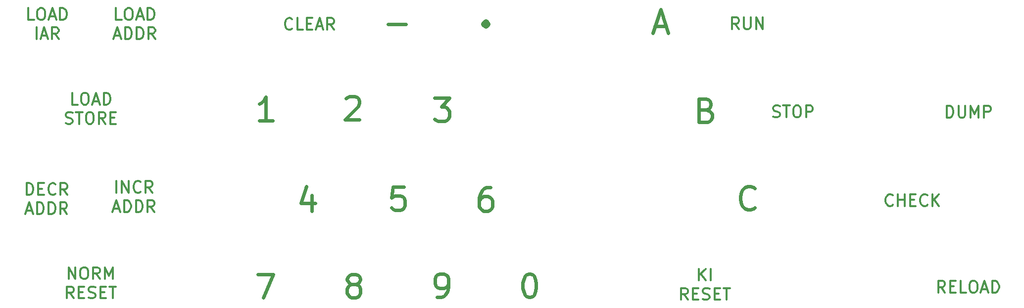
<source format=gbr>
G04 #@! TF.GenerationSoftware,KiCad,Pcbnew,5.1.5+dfsg1-2build2*
G04 #@! TF.CreationDate,2024-05-22T16:34:25+01:00*
G04 #@! TF.ProjectId,overlay1,6f766572-6c61-4793-912e-6b696361645f,rev?*
G04 #@! TF.SameCoordinates,Original*
G04 #@! TF.FileFunction,Legend,Top*
G04 #@! TF.FilePolarity,Positive*
%FSLAX46Y46*%
G04 Gerber Fmt 4.6, Leading zero omitted, Abs format (unit mm)*
G04 Created by KiCad (PCBNEW 5.1.5+dfsg1-2build2) date 2024-05-22 16:34:25*
%MOMM*%
%LPD*%
G04 APERTURE LIST*
%ADD10C,0.300000*%
%ADD11C,0.600000*%
%ADD12C,1.000000*%
G04 APERTURE END LIST*
D10*
X212500000Y-108779761D02*
X211833333Y-107827380D01*
X211357142Y-108779761D02*
X211357142Y-106779761D01*
X212119047Y-106779761D01*
X212309523Y-106875000D01*
X212404761Y-106970238D01*
X212500000Y-107160714D01*
X212500000Y-107446428D01*
X212404761Y-107636904D01*
X212309523Y-107732142D01*
X212119047Y-107827380D01*
X211357142Y-107827380D01*
X213357142Y-107732142D02*
X214023809Y-107732142D01*
X214309523Y-108779761D02*
X213357142Y-108779761D01*
X213357142Y-106779761D01*
X214309523Y-106779761D01*
X216119047Y-108779761D02*
X215166666Y-108779761D01*
X215166666Y-106779761D01*
X217166666Y-106779761D02*
X217547619Y-106779761D01*
X217738095Y-106875000D01*
X217928571Y-107065476D01*
X218023809Y-107446428D01*
X218023809Y-108113095D01*
X217928571Y-108494047D01*
X217738095Y-108684523D01*
X217547619Y-108779761D01*
X217166666Y-108779761D01*
X216976190Y-108684523D01*
X216785714Y-108494047D01*
X216690476Y-108113095D01*
X216690476Y-107446428D01*
X216785714Y-107065476D01*
X216976190Y-106875000D01*
X217166666Y-106779761D01*
X218785714Y-108208333D02*
X219738095Y-108208333D01*
X218595238Y-108779761D02*
X219261904Y-106779761D01*
X219928571Y-108779761D01*
X220595238Y-108779761D02*
X220595238Y-106779761D01*
X221071428Y-106779761D01*
X221357142Y-106875000D01*
X221547619Y-107065476D01*
X221642857Y-107255952D01*
X221738095Y-107636904D01*
X221738095Y-107922619D01*
X221642857Y-108303571D01*
X221547619Y-108494047D01*
X221357142Y-108684523D01*
X221071428Y-108779761D01*
X220595238Y-108779761D01*
X170394000Y-106710361D02*
X170394000Y-104710361D01*
X171536857Y-106710361D02*
X170679714Y-105567504D01*
X171536857Y-104710361D02*
X170394000Y-105853219D01*
X172394000Y-106710361D02*
X172394000Y-104710361D01*
X168489238Y-110010361D02*
X167822571Y-109057980D01*
X167346380Y-110010361D02*
X167346380Y-108010361D01*
X168108285Y-108010361D01*
X168298761Y-108105600D01*
X168394000Y-108200838D01*
X168489238Y-108391314D01*
X168489238Y-108677028D01*
X168394000Y-108867504D01*
X168298761Y-108962742D01*
X168108285Y-109057980D01*
X167346380Y-109057980D01*
X169346380Y-108962742D02*
X170013047Y-108962742D01*
X170298761Y-110010361D02*
X169346380Y-110010361D01*
X169346380Y-108010361D01*
X170298761Y-108010361D01*
X171060666Y-109915123D02*
X171346380Y-110010361D01*
X171822571Y-110010361D01*
X172013047Y-109915123D01*
X172108285Y-109819885D01*
X172203523Y-109629409D01*
X172203523Y-109438933D01*
X172108285Y-109248457D01*
X172013047Y-109153219D01*
X171822571Y-109057980D01*
X171441619Y-108962742D01*
X171251142Y-108867504D01*
X171155904Y-108772266D01*
X171060666Y-108581790D01*
X171060666Y-108391314D01*
X171155904Y-108200838D01*
X171251142Y-108105600D01*
X171441619Y-108010361D01*
X171917809Y-108010361D01*
X172203523Y-108105600D01*
X173060666Y-108962742D02*
X173727333Y-108962742D01*
X174013047Y-110010361D02*
X173060666Y-110010361D01*
X173060666Y-108010361D01*
X174013047Y-108010361D01*
X174584476Y-108010361D02*
X175727333Y-108010361D01*
X175155904Y-110010361D02*
X175155904Y-108010361D01*
D11*
X179947295Y-94202971D02*
X179756819Y-94393447D01*
X179185390Y-94583923D01*
X178804438Y-94583923D01*
X178233009Y-94393447D01*
X177852057Y-94012495D01*
X177661580Y-93631542D01*
X177471104Y-92869638D01*
X177471104Y-92298209D01*
X177661580Y-91536304D01*
X177852057Y-91155352D01*
X178233009Y-90774400D01*
X178804438Y-90583923D01*
X179185390Y-90583923D01*
X179756819Y-90774400D01*
X179947295Y-90964876D01*
D10*
X183100647Y-78648723D02*
X183386361Y-78743961D01*
X183862552Y-78743961D01*
X184053028Y-78648723D01*
X184148266Y-78553485D01*
X184243504Y-78363009D01*
X184243504Y-78172533D01*
X184148266Y-77982057D01*
X184053028Y-77886819D01*
X183862552Y-77791580D01*
X183481600Y-77696342D01*
X183291123Y-77601104D01*
X183195885Y-77505866D01*
X183100647Y-77315390D01*
X183100647Y-77124914D01*
X183195885Y-76934438D01*
X183291123Y-76839200D01*
X183481600Y-76743961D01*
X183957790Y-76743961D01*
X184243504Y-76839200D01*
X184814933Y-76743961D02*
X185957790Y-76743961D01*
X185386361Y-78743961D02*
X185386361Y-76743961D01*
X187005409Y-76743961D02*
X187386361Y-76743961D01*
X187576838Y-76839200D01*
X187767314Y-77029676D01*
X187862552Y-77410628D01*
X187862552Y-78077295D01*
X187767314Y-78458247D01*
X187576838Y-78648723D01*
X187386361Y-78743961D01*
X187005409Y-78743961D01*
X186814933Y-78648723D01*
X186624457Y-78458247D01*
X186529219Y-78077295D01*
X186529219Y-77410628D01*
X186624457Y-77029676D01*
X186814933Y-76839200D01*
X187005409Y-76743961D01*
X188719695Y-78743961D02*
X188719695Y-76743961D01*
X189481600Y-76743961D01*
X189672076Y-76839200D01*
X189767314Y-76934438D01*
X189862552Y-77124914D01*
X189862552Y-77410628D01*
X189767314Y-77601104D01*
X189672076Y-77696342D01*
X189481600Y-77791580D01*
X188719695Y-77791580D01*
D11*
X171679714Y-77502685D02*
X172251142Y-77693161D01*
X172441619Y-77883638D01*
X172632095Y-78264590D01*
X172632095Y-78836019D01*
X172441619Y-79216971D01*
X172251142Y-79407447D01*
X171870190Y-79597923D01*
X170346380Y-79597923D01*
X170346380Y-75597923D01*
X171679714Y-75597923D01*
X172060666Y-75788400D01*
X172251142Y-75978876D01*
X172441619Y-76359828D01*
X172441619Y-76740780D01*
X172251142Y-77121733D01*
X172060666Y-77312209D01*
X171679714Y-77502685D01*
X170346380Y-77502685D01*
X162872419Y-63164266D02*
X164777180Y-63164266D01*
X162491466Y-64307123D02*
X163824800Y-60307123D01*
X165158133Y-64307123D01*
D10*
X177233009Y-63656361D02*
X176566342Y-62703980D01*
X176090152Y-63656361D02*
X176090152Y-61656361D01*
X176852057Y-61656361D01*
X177042533Y-61751600D01*
X177137771Y-61846838D01*
X177233009Y-62037314D01*
X177233009Y-62323028D01*
X177137771Y-62513504D01*
X177042533Y-62608742D01*
X176852057Y-62703980D01*
X176090152Y-62703980D01*
X178090152Y-61656361D02*
X178090152Y-63275409D01*
X178185390Y-63465885D01*
X178280628Y-63561123D01*
X178471104Y-63656361D01*
X178852057Y-63656361D01*
X179042533Y-63561123D01*
X179137771Y-63465885D01*
X179233009Y-63275409D01*
X179233009Y-61656361D01*
X180185390Y-63656361D02*
X180185390Y-61656361D01*
X181328247Y-63656361D01*
X181328247Y-61656361D01*
X212790114Y-78794761D02*
X212790114Y-76794761D01*
X213266304Y-76794761D01*
X213552019Y-76890000D01*
X213742495Y-77080476D01*
X213837733Y-77270952D01*
X213932971Y-77651904D01*
X213932971Y-77937619D01*
X213837733Y-78318571D01*
X213742495Y-78509047D01*
X213552019Y-78699523D01*
X213266304Y-78794761D01*
X212790114Y-78794761D01*
X214790114Y-76794761D02*
X214790114Y-78413809D01*
X214885352Y-78604285D01*
X214980590Y-78699523D01*
X215171066Y-78794761D01*
X215552019Y-78794761D01*
X215742495Y-78699523D01*
X215837733Y-78604285D01*
X215932971Y-78413809D01*
X215932971Y-76794761D01*
X216885352Y-78794761D02*
X216885352Y-76794761D01*
X217552019Y-78223333D01*
X218218685Y-76794761D01*
X218218685Y-78794761D01*
X219171066Y-78794761D02*
X219171066Y-76794761D01*
X219932971Y-76794761D01*
X220123447Y-76890000D01*
X220218685Y-76985238D01*
X220313923Y-77175714D01*
X220313923Y-77461428D01*
X220218685Y-77651904D01*
X220123447Y-77747142D01*
X219932971Y-77842380D01*
X219171066Y-77842380D01*
X203566666Y-93764285D02*
X203471428Y-93859523D01*
X203185714Y-93954761D01*
X202995238Y-93954761D01*
X202709523Y-93859523D01*
X202519047Y-93669047D01*
X202423809Y-93478571D01*
X202328571Y-93097619D01*
X202328571Y-92811904D01*
X202423809Y-92430952D01*
X202519047Y-92240476D01*
X202709523Y-92050000D01*
X202995238Y-91954761D01*
X203185714Y-91954761D01*
X203471428Y-92050000D01*
X203566666Y-92145238D01*
X204423809Y-93954761D02*
X204423809Y-91954761D01*
X204423809Y-92907142D02*
X205566666Y-92907142D01*
X205566666Y-93954761D02*
X205566666Y-91954761D01*
X206519047Y-92907142D02*
X207185714Y-92907142D01*
X207471428Y-93954761D02*
X206519047Y-93954761D01*
X206519047Y-91954761D01*
X207471428Y-91954761D01*
X209471428Y-93764285D02*
X209376190Y-93859523D01*
X209090476Y-93954761D01*
X208900000Y-93954761D01*
X208614285Y-93859523D01*
X208423809Y-93669047D01*
X208328571Y-93478571D01*
X208233333Y-93097619D01*
X208233333Y-92811904D01*
X208328571Y-92430952D01*
X208423809Y-92240476D01*
X208614285Y-92050000D01*
X208900000Y-91954761D01*
X209090476Y-91954761D01*
X209376190Y-92050000D01*
X209471428Y-92145238D01*
X210328571Y-93954761D02*
X210328571Y-91954761D01*
X211471428Y-93954761D02*
X210614285Y-92811904D01*
X211471428Y-91954761D02*
X210328571Y-93097619D01*
D11*
X104185504Y-92120457D02*
X104185504Y-94787123D01*
X103233123Y-90596647D02*
X102280742Y-93453790D01*
X104756933Y-93453790D01*
X119920780Y-90634723D02*
X118016019Y-90634723D01*
X117825542Y-92539485D01*
X118016019Y-92349009D01*
X118396971Y-92158533D01*
X119349352Y-92158533D01*
X119730304Y-92349009D01*
X119920780Y-92539485D01*
X120111257Y-92920438D01*
X120111257Y-93872819D01*
X119920780Y-94253771D01*
X119730304Y-94444247D01*
X119349352Y-94634723D01*
X118396971Y-94634723D01*
X118016019Y-94444247D01*
X117825542Y-94253771D01*
X134716304Y-90787123D02*
X133954400Y-90787123D01*
X133573447Y-90977600D01*
X133382971Y-91168076D01*
X133002019Y-91739504D01*
X132811542Y-92501409D01*
X132811542Y-94025219D01*
X133002019Y-94406171D01*
X133192495Y-94596647D01*
X133573447Y-94787123D01*
X134335352Y-94787123D01*
X134716304Y-94596647D01*
X134906780Y-94406171D01*
X135097257Y-94025219D01*
X135097257Y-93072838D01*
X134906780Y-92691885D01*
X134716304Y-92501409D01*
X134335352Y-92310933D01*
X133573447Y-92310933D01*
X133192495Y-92501409D01*
X133002019Y-92691885D01*
X132811542Y-93072838D01*
X141231523Y-105569923D02*
X141612476Y-105569923D01*
X141993428Y-105760400D01*
X142183904Y-105950876D01*
X142374380Y-106331828D01*
X142564857Y-107093733D01*
X142564857Y-108046114D01*
X142374380Y-108808019D01*
X142183904Y-109188971D01*
X141993428Y-109379447D01*
X141612476Y-109569923D01*
X141231523Y-109569923D01*
X140850571Y-109379447D01*
X140660095Y-109188971D01*
X140469619Y-108808019D01*
X140279142Y-108046114D01*
X140279142Y-107093733D01*
X140469619Y-106331828D01*
X140660095Y-105950876D01*
X140850571Y-105760400D01*
X141231523Y-105569923D01*
X125623295Y-109569923D02*
X126385200Y-109569923D01*
X126766152Y-109379447D01*
X126956628Y-109188971D01*
X127337580Y-108617542D01*
X127528057Y-107855638D01*
X127528057Y-106331828D01*
X127337580Y-105950876D01*
X127147104Y-105760400D01*
X126766152Y-105569923D01*
X126004247Y-105569923D01*
X125623295Y-105760400D01*
X125432819Y-105950876D01*
X125242342Y-106331828D01*
X125242342Y-107284209D01*
X125432819Y-107665161D01*
X125623295Y-107855638D01*
X126004247Y-108046114D01*
X126766152Y-108046114D01*
X127147104Y-107855638D01*
X127337580Y-107665161D01*
X127528057Y-107284209D01*
X110967447Y-107335009D02*
X110586495Y-107144533D01*
X110396019Y-106954057D01*
X110205542Y-106573104D01*
X110205542Y-106382628D01*
X110396019Y-106001676D01*
X110586495Y-105811200D01*
X110967447Y-105620723D01*
X111729352Y-105620723D01*
X112110304Y-105811200D01*
X112300780Y-106001676D01*
X112491257Y-106382628D01*
X112491257Y-106573104D01*
X112300780Y-106954057D01*
X112110304Y-107144533D01*
X111729352Y-107335009D01*
X110967447Y-107335009D01*
X110586495Y-107525485D01*
X110396019Y-107715961D01*
X110205542Y-108096914D01*
X110205542Y-108858819D01*
X110396019Y-109239771D01*
X110586495Y-109430247D01*
X110967447Y-109620723D01*
X111729352Y-109620723D01*
X112110304Y-109430247D01*
X112300780Y-109239771D01*
X112491257Y-108858819D01*
X112491257Y-108096914D01*
X112300780Y-107715961D01*
X112110304Y-107525485D01*
X111729352Y-107335009D01*
X94927466Y-105620723D02*
X97594133Y-105620723D01*
X95879847Y-109620723D01*
X97454457Y-79293123D02*
X95168742Y-79293123D01*
X96311600Y-79293123D02*
X96311600Y-75293123D01*
X95930647Y-75864552D01*
X95549695Y-76245504D01*
X95168742Y-76435980D01*
X110053142Y-75521676D02*
X110243619Y-75331200D01*
X110624571Y-75140723D01*
X111576952Y-75140723D01*
X111957904Y-75331200D01*
X112148380Y-75521676D01*
X112338857Y-75902628D01*
X112338857Y-76283580D01*
X112148380Y-76855009D01*
X109862666Y-79140723D01*
X112338857Y-79140723D01*
X125204266Y-75445523D02*
X127680457Y-75445523D01*
X126347123Y-76969333D01*
X126918552Y-76969333D01*
X127299504Y-77159809D01*
X127489980Y-77350285D01*
X127680457Y-77731238D01*
X127680457Y-78683619D01*
X127489980Y-79064571D01*
X127299504Y-79255047D01*
X126918552Y-79445523D01*
X125775695Y-79445523D01*
X125394742Y-79255047D01*
X125204266Y-79064571D01*
D10*
X70708780Y-91673561D02*
X70708780Y-89673561D01*
X71661161Y-91673561D02*
X71661161Y-89673561D01*
X72804019Y-91673561D01*
X72804019Y-89673561D01*
X74899257Y-91483085D02*
X74804019Y-91578323D01*
X74518304Y-91673561D01*
X74327828Y-91673561D01*
X74042114Y-91578323D01*
X73851638Y-91387847D01*
X73756400Y-91197371D01*
X73661161Y-90816419D01*
X73661161Y-90530704D01*
X73756400Y-90149752D01*
X73851638Y-89959276D01*
X74042114Y-89768800D01*
X74327828Y-89673561D01*
X74518304Y-89673561D01*
X74804019Y-89768800D01*
X74899257Y-89864038D01*
X76899257Y-91673561D02*
X76232590Y-90721180D01*
X75756400Y-91673561D02*
X75756400Y-89673561D01*
X76518304Y-89673561D01*
X76708780Y-89768800D01*
X76804019Y-89864038D01*
X76899257Y-90054514D01*
X76899257Y-90340228D01*
X76804019Y-90530704D01*
X76708780Y-90625942D01*
X76518304Y-90721180D01*
X75756400Y-90721180D01*
X70280209Y-94402133D02*
X71232590Y-94402133D01*
X70089733Y-94973561D02*
X70756400Y-92973561D01*
X71423066Y-94973561D01*
X72089733Y-94973561D02*
X72089733Y-92973561D01*
X72565923Y-92973561D01*
X72851638Y-93068800D01*
X73042114Y-93259276D01*
X73137352Y-93449752D01*
X73232590Y-93830704D01*
X73232590Y-94116419D01*
X73137352Y-94497371D01*
X73042114Y-94687847D01*
X72851638Y-94878323D01*
X72565923Y-94973561D01*
X72089733Y-94973561D01*
X74089733Y-94973561D02*
X74089733Y-92973561D01*
X74565923Y-92973561D01*
X74851638Y-93068800D01*
X75042114Y-93259276D01*
X75137352Y-93449752D01*
X75232590Y-93830704D01*
X75232590Y-94116419D01*
X75137352Y-94497371D01*
X75042114Y-94687847D01*
X74851638Y-94878323D01*
X74565923Y-94973561D01*
X74089733Y-94973561D01*
X77232590Y-94973561D02*
X76565923Y-94021180D01*
X76089733Y-94973561D02*
X76089733Y-92973561D01*
X76851638Y-92973561D01*
X77042114Y-93068800D01*
X77137352Y-93164038D01*
X77232590Y-93354514D01*
X77232590Y-93640228D01*
X77137352Y-93830704D01*
X77042114Y-93925942D01*
X76851638Y-94021180D01*
X76089733Y-94021180D01*
X55392628Y-92029161D02*
X55392628Y-90029161D01*
X55868819Y-90029161D01*
X56154533Y-90124400D01*
X56345009Y-90314876D01*
X56440247Y-90505352D01*
X56535485Y-90886304D01*
X56535485Y-91172019D01*
X56440247Y-91552971D01*
X56345009Y-91743447D01*
X56154533Y-91933923D01*
X55868819Y-92029161D01*
X55392628Y-92029161D01*
X57392628Y-90981542D02*
X58059295Y-90981542D01*
X58345009Y-92029161D02*
X57392628Y-92029161D01*
X57392628Y-90029161D01*
X58345009Y-90029161D01*
X60345009Y-91838685D02*
X60249771Y-91933923D01*
X59964057Y-92029161D01*
X59773580Y-92029161D01*
X59487866Y-91933923D01*
X59297390Y-91743447D01*
X59202152Y-91552971D01*
X59106914Y-91172019D01*
X59106914Y-90886304D01*
X59202152Y-90505352D01*
X59297390Y-90314876D01*
X59487866Y-90124400D01*
X59773580Y-90029161D01*
X59964057Y-90029161D01*
X60249771Y-90124400D01*
X60345009Y-90219638D01*
X62345009Y-92029161D02*
X61678342Y-91076780D01*
X61202152Y-92029161D02*
X61202152Y-90029161D01*
X61964057Y-90029161D01*
X62154533Y-90124400D01*
X62249771Y-90219638D01*
X62345009Y-90410114D01*
X62345009Y-90695828D01*
X62249771Y-90886304D01*
X62154533Y-90981542D01*
X61964057Y-91076780D01*
X61202152Y-91076780D01*
X55345009Y-94757733D02*
X56297390Y-94757733D01*
X55154533Y-95329161D02*
X55821200Y-93329161D01*
X56487866Y-95329161D01*
X57154533Y-95329161D02*
X57154533Y-93329161D01*
X57630723Y-93329161D01*
X57916438Y-93424400D01*
X58106914Y-93614876D01*
X58202152Y-93805352D01*
X58297390Y-94186304D01*
X58297390Y-94472019D01*
X58202152Y-94852971D01*
X58106914Y-95043447D01*
X57916438Y-95233923D01*
X57630723Y-95329161D01*
X57154533Y-95329161D01*
X59154533Y-95329161D02*
X59154533Y-93329161D01*
X59630723Y-93329161D01*
X59916438Y-93424400D01*
X60106914Y-93614876D01*
X60202152Y-93805352D01*
X60297390Y-94186304D01*
X60297390Y-94472019D01*
X60202152Y-94852971D01*
X60106914Y-95043447D01*
X59916438Y-95233923D01*
X59630723Y-95329161D01*
X59154533Y-95329161D01*
X62297390Y-95329161D02*
X61630723Y-94376780D01*
X61154533Y-95329161D02*
X61154533Y-93329161D01*
X61916438Y-93329161D01*
X62106914Y-93424400D01*
X62202152Y-93519638D01*
X62297390Y-93710114D01*
X62297390Y-93995828D01*
X62202152Y-94186304D01*
X62106914Y-94281542D01*
X61916438Y-94376780D01*
X61154533Y-94376780D01*
X64104685Y-76585961D02*
X63152304Y-76585961D01*
X63152304Y-74585961D01*
X65152304Y-74585961D02*
X65533257Y-74585961D01*
X65723733Y-74681200D01*
X65914209Y-74871676D01*
X66009447Y-75252628D01*
X66009447Y-75919295D01*
X65914209Y-76300247D01*
X65723733Y-76490723D01*
X65533257Y-76585961D01*
X65152304Y-76585961D01*
X64961828Y-76490723D01*
X64771352Y-76300247D01*
X64676114Y-75919295D01*
X64676114Y-75252628D01*
X64771352Y-74871676D01*
X64961828Y-74681200D01*
X65152304Y-74585961D01*
X66771352Y-76014533D02*
X67723733Y-76014533D01*
X66580876Y-76585961D02*
X67247542Y-74585961D01*
X67914209Y-76585961D01*
X68580876Y-76585961D02*
X68580876Y-74585961D01*
X69057066Y-74585961D01*
X69342780Y-74681200D01*
X69533257Y-74871676D01*
X69628495Y-75062152D01*
X69723733Y-75443104D01*
X69723733Y-75728819D01*
X69628495Y-76109771D01*
X69533257Y-76300247D01*
X69342780Y-76490723D01*
X69057066Y-76585961D01*
X68580876Y-76585961D01*
X62104685Y-79790723D02*
X62390400Y-79885961D01*
X62866590Y-79885961D01*
X63057066Y-79790723D01*
X63152304Y-79695485D01*
X63247542Y-79505009D01*
X63247542Y-79314533D01*
X63152304Y-79124057D01*
X63057066Y-79028819D01*
X62866590Y-78933580D01*
X62485638Y-78838342D01*
X62295161Y-78743104D01*
X62199923Y-78647866D01*
X62104685Y-78457390D01*
X62104685Y-78266914D01*
X62199923Y-78076438D01*
X62295161Y-77981200D01*
X62485638Y-77885961D01*
X62961828Y-77885961D01*
X63247542Y-77981200D01*
X63818971Y-77885961D02*
X64961828Y-77885961D01*
X64390400Y-79885961D02*
X64390400Y-77885961D01*
X66009447Y-77885961D02*
X66390400Y-77885961D01*
X66580876Y-77981200D01*
X66771352Y-78171676D01*
X66866590Y-78552628D01*
X66866590Y-79219295D01*
X66771352Y-79600247D01*
X66580876Y-79790723D01*
X66390400Y-79885961D01*
X66009447Y-79885961D01*
X65818971Y-79790723D01*
X65628495Y-79600247D01*
X65533257Y-79219295D01*
X65533257Y-78552628D01*
X65628495Y-78171676D01*
X65818971Y-77981200D01*
X66009447Y-77885961D01*
X68866590Y-79885961D02*
X68199923Y-78933580D01*
X67723733Y-79885961D02*
X67723733Y-77885961D01*
X68485638Y-77885961D01*
X68676114Y-77981200D01*
X68771352Y-78076438D01*
X68866590Y-78266914D01*
X68866590Y-78552628D01*
X68771352Y-78743104D01*
X68676114Y-78838342D01*
X68485638Y-78933580D01*
X67723733Y-78933580D01*
X69723733Y-78838342D02*
X70390400Y-78838342D01*
X70676114Y-79885961D02*
X69723733Y-79885961D01*
X69723733Y-77885961D01*
X70676114Y-77885961D01*
X62577695Y-106456361D02*
X62577695Y-104456361D01*
X63720552Y-106456361D01*
X63720552Y-104456361D01*
X65053885Y-104456361D02*
X65434838Y-104456361D01*
X65625314Y-104551600D01*
X65815790Y-104742076D01*
X65911028Y-105123028D01*
X65911028Y-105789695D01*
X65815790Y-106170647D01*
X65625314Y-106361123D01*
X65434838Y-106456361D01*
X65053885Y-106456361D01*
X64863409Y-106361123D01*
X64672933Y-106170647D01*
X64577695Y-105789695D01*
X64577695Y-105123028D01*
X64672933Y-104742076D01*
X64863409Y-104551600D01*
X65053885Y-104456361D01*
X67911028Y-106456361D02*
X67244361Y-105503980D01*
X66768171Y-106456361D02*
X66768171Y-104456361D01*
X67530076Y-104456361D01*
X67720552Y-104551600D01*
X67815790Y-104646838D01*
X67911028Y-104837314D01*
X67911028Y-105123028D01*
X67815790Y-105313504D01*
X67720552Y-105408742D01*
X67530076Y-105503980D01*
X66768171Y-105503980D01*
X68768171Y-106456361D02*
X68768171Y-104456361D01*
X69434838Y-105884933D01*
X70101504Y-104456361D01*
X70101504Y-106456361D01*
X63434838Y-109756361D02*
X62768171Y-108803980D01*
X62291980Y-109756361D02*
X62291980Y-107756361D01*
X63053885Y-107756361D01*
X63244361Y-107851600D01*
X63339600Y-107946838D01*
X63434838Y-108137314D01*
X63434838Y-108423028D01*
X63339600Y-108613504D01*
X63244361Y-108708742D01*
X63053885Y-108803980D01*
X62291980Y-108803980D01*
X64291980Y-108708742D02*
X64958647Y-108708742D01*
X65244361Y-109756361D02*
X64291980Y-109756361D01*
X64291980Y-107756361D01*
X65244361Y-107756361D01*
X66006266Y-109661123D02*
X66291980Y-109756361D01*
X66768171Y-109756361D01*
X66958647Y-109661123D01*
X67053885Y-109565885D01*
X67149123Y-109375409D01*
X67149123Y-109184933D01*
X67053885Y-108994457D01*
X66958647Y-108899219D01*
X66768171Y-108803980D01*
X66387219Y-108708742D01*
X66196742Y-108613504D01*
X66101504Y-108518266D01*
X66006266Y-108327790D01*
X66006266Y-108137314D01*
X66101504Y-107946838D01*
X66196742Y-107851600D01*
X66387219Y-107756361D01*
X66863409Y-107756361D01*
X67149123Y-107851600D01*
X68006266Y-108708742D02*
X68672933Y-108708742D01*
X68958647Y-109756361D02*
X68006266Y-109756361D01*
X68006266Y-107756361D01*
X68958647Y-107756361D01*
X69530076Y-107756361D02*
X70672933Y-107756361D01*
X70101504Y-109756361D02*
X70101504Y-107756361D01*
X71623085Y-62057161D02*
X70670704Y-62057161D01*
X70670704Y-60057161D01*
X72670704Y-60057161D02*
X73051657Y-60057161D01*
X73242133Y-60152400D01*
X73432609Y-60342876D01*
X73527847Y-60723828D01*
X73527847Y-61390495D01*
X73432609Y-61771447D01*
X73242133Y-61961923D01*
X73051657Y-62057161D01*
X72670704Y-62057161D01*
X72480228Y-61961923D01*
X72289752Y-61771447D01*
X72194514Y-61390495D01*
X72194514Y-60723828D01*
X72289752Y-60342876D01*
X72480228Y-60152400D01*
X72670704Y-60057161D01*
X74289752Y-61485733D02*
X75242133Y-61485733D01*
X74099276Y-62057161D02*
X74765942Y-60057161D01*
X75432609Y-62057161D01*
X76099276Y-62057161D02*
X76099276Y-60057161D01*
X76575466Y-60057161D01*
X76861180Y-60152400D01*
X77051657Y-60342876D01*
X77146895Y-60533352D01*
X77242133Y-60914304D01*
X77242133Y-61200019D01*
X77146895Y-61580971D01*
X77051657Y-61771447D01*
X76861180Y-61961923D01*
X76575466Y-62057161D01*
X76099276Y-62057161D01*
X70432609Y-64785733D02*
X71384990Y-64785733D01*
X70242133Y-65357161D02*
X70908800Y-63357161D01*
X71575466Y-65357161D01*
X72242133Y-65357161D02*
X72242133Y-63357161D01*
X72718323Y-63357161D01*
X73004038Y-63452400D01*
X73194514Y-63642876D01*
X73289752Y-63833352D01*
X73384990Y-64214304D01*
X73384990Y-64500019D01*
X73289752Y-64880971D01*
X73194514Y-65071447D01*
X73004038Y-65261923D01*
X72718323Y-65357161D01*
X72242133Y-65357161D01*
X74242133Y-65357161D02*
X74242133Y-63357161D01*
X74718323Y-63357161D01*
X75004038Y-63452400D01*
X75194514Y-63642876D01*
X75289752Y-63833352D01*
X75384990Y-64214304D01*
X75384990Y-64500019D01*
X75289752Y-64880971D01*
X75194514Y-65071447D01*
X75004038Y-65261923D01*
X74718323Y-65357161D01*
X74242133Y-65357161D01*
X77384990Y-65357161D02*
X76718323Y-64404780D01*
X76242133Y-65357161D02*
X76242133Y-63357161D01*
X77004038Y-63357161D01*
X77194514Y-63452400D01*
X77289752Y-63547638D01*
X77384990Y-63738114D01*
X77384990Y-64023828D01*
X77289752Y-64214304D01*
X77194514Y-64309542D01*
X77004038Y-64404780D01*
X76242133Y-64404780D01*
X56637085Y-62057161D02*
X55684704Y-62057161D01*
X55684704Y-60057161D01*
X57684704Y-60057161D02*
X58065657Y-60057161D01*
X58256133Y-60152400D01*
X58446609Y-60342876D01*
X58541847Y-60723828D01*
X58541847Y-61390495D01*
X58446609Y-61771447D01*
X58256133Y-61961923D01*
X58065657Y-62057161D01*
X57684704Y-62057161D01*
X57494228Y-61961923D01*
X57303752Y-61771447D01*
X57208514Y-61390495D01*
X57208514Y-60723828D01*
X57303752Y-60342876D01*
X57494228Y-60152400D01*
X57684704Y-60057161D01*
X59303752Y-61485733D02*
X60256133Y-61485733D01*
X59113276Y-62057161D02*
X59779942Y-60057161D01*
X60446609Y-62057161D01*
X61113276Y-62057161D02*
X61113276Y-60057161D01*
X61589466Y-60057161D01*
X61875180Y-60152400D01*
X62065657Y-60342876D01*
X62160895Y-60533352D01*
X62256133Y-60914304D01*
X62256133Y-61200019D01*
X62160895Y-61580971D01*
X62065657Y-61771447D01*
X61875180Y-61961923D01*
X61589466Y-62057161D01*
X61113276Y-62057161D01*
X57065657Y-65357161D02*
X57065657Y-63357161D01*
X57922800Y-64785733D02*
X58875180Y-64785733D01*
X57732323Y-65357161D02*
X58398990Y-63357161D01*
X59065657Y-65357161D01*
X60875180Y-65357161D02*
X60208514Y-64404780D01*
X59732323Y-65357161D02*
X59732323Y-63357161D01*
X60494228Y-63357161D01*
X60684704Y-63452400D01*
X60779942Y-63547638D01*
X60875180Y-63738114D01*
X60875180Y-64023828D01*
X60779942Y-64214304D01*
X60684704Y-64309542D01*
X60494228Y-64404780D01*
X59732323Y-64404780D01*
X100826819Y-63567485D02*
X100731580Y-63662723D01*
X100445866Y-63757961D01*
X100255390Y-63757961D01*
X99969676Y-63662723D01*
X99779200Y-63472247D01*
X99683961Y-63281771D01*
X99588723Y-62900819D01*
X99588723Y-62615104D01*
X99683961Y-62234152D01*
X99779200Y-62043676D01*
X99969676Y-61853200D01*
X100255390Y-61757961D01*
X100445866Y-61757961D01*
X100731580Y-61853200D01*
X100826819Y-61948438D01*
X102636342Y-63757961D02*
X101683961Y-63757961D01*
X101683961Y-61757961D01*
X103303009Y-62710342D02*
X103969676Y-62710342D01*
X104255390Y-63757961D02*
X103303009Y-63757961D01*
X103303009Y-61757961D01*
X104255390Y-61757961D01*
X105017295Y-63186533D02*
X105969676Y-63186533D01*
X104826819Y-63757961D02*
X105493485Y-61757961D01*
X106160152Y-63757961D01*
X107969676Y-63757961D02*
X107303009Y-62805580D01*
X106826819Y-63757961D02*
X106826819Y-61757961D01*
X107588723Y-61757961D01*
X107779200Y-61853200D01*
X107874438Y-61948438D01*
X107969676Y-62138914D01*
X107969676Y-62424628D01*
X107874438Y-62615104D01*
X107779200Y-62710342D01*
X107588723Y-62805580D01*
X106826819Y-62805580D01*
D11*
X117241390Y-62834114D02*
X120289009Y-62834114D01*
D12*
X133954400Y-62506857D02*
X134240114Y-62792571D01*
X133954400Y-63078285D01*
X133668685Y-62792571D01*
X133954400Y-62506857D01*
X133954400Y-63078285D01*
M02*

</source>
